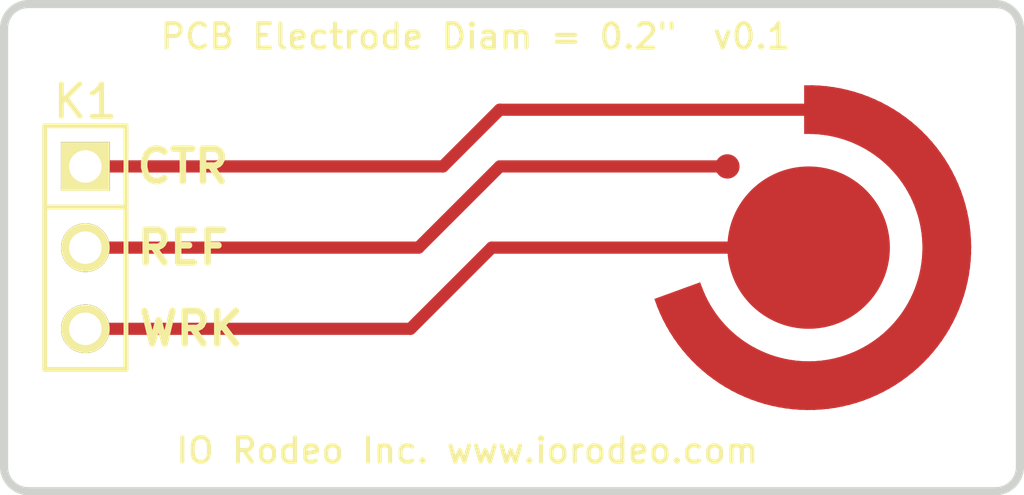
<source format=kicad_pcb>
(kicad_pcb (version 3) (host pcbnew "(2013-jul-07)-stable")

  (general
    (links 102)
    (no_connects 99)
    (area 50.672999 50.672999 82.677001 66.167001)
    (thickness 1.6)
    (drawings 13)
    (tracks 9)
    (zones 0)
    (modules 2)
    (nets 4)
  )

  (page A3)
  (layers
    (15 F.Cu signal)
    (0 B.Cu signal)
    (16 B.Adhes user)
    (17 F.Adhes user)
    (18 B.Paste user)
    (19 F.Paste user)
    (20 B.SilkS user)
    (21 F.SilkS user)
    (22 B.Mask user)
    (23 F.Mask user)
    (24 Dwgs.User user)
    (25 Cmts.User user)
    (26 Eco1.User user)
    (27 Eco2.User user)
    (28 Edge.Cuts user)
  )

  (setup
    (last_trace_width 0.381)
    (trace_clearance 0.254)
    (zone_clearance 0.508)
    (zone_45_only no)
    (trace_min 0.254)
    (segment_width 0.2)
    (edge_width 0.254)
    (via_size 0.889)
    (via_drill 0.635)
    (via_min_size 0.889)
    (via_min_drill 0.508)
    (uvia_size 0.508)
    (uvia_drill 0.127)
    (uvias_allowed no)
    (uvia_min_size 0.508)
    (uvia_min_drill 0.127)
    (pcb_text_width 0.3)
    (pcb_text_size 1.5 1.5)
    (mod_edge_width 0.15)
    (mod_text_size 1 1)
    (mod_text_width 0.15)
    (pad_size 0.381 0.381)
    (pad_drill 0)
    (pad_to_mask_clearance 0)
    (aux_axis_origin 0 0)
    (visible_elements FFFFFBBF)
    (pcbplotparams
      (layerselection 284196865)
      (usegerberextensions true)
      (excludeedgelayer true)
      (linewidth 0.150000)
      (plotframeref false)
      (viasonmask false)
      (mode 1)
      (useauxorigin false)
      (hpglpennumber 1)
      (hpglpenspeed 20)
      (hpglpendiameter 15)
      (hpglpenoverlay 2)
      (psnegative false)
      (psa4output false)
      (plotreference true)
      (plotvalue true)
      (plotothertext true)
      (plotinvisibletext false)
      (padsonsilk false)
      (subtractmaskfromsilk false)
      (outputformat 1)
      (mirror false)
      (drillshape 0)
      (scaleselection 1)
      (outputdirectory gerber_v0p1/))
  )

  (net 0 "")
  (net 1 /CTR)
  (net 2 /REF)
  (net 3 /WRK)

  (net_class Default "This is the default net class."
    (clearance 0.254)
    (trace_width 0.381)
    (via_dia 0.889)
    (via_drill 0.635)
    (uvia_dia 0.508)
    (uvia_drill 0.127)
    (add_net "")
    (add_net /CTR)
    (add_net /REF)
    (add_net /WRK)
  )

  (module PIN_ARRAY_3X1 (layer F.Cu) (tedit 5950452E) (tstamp 59502AF9)
    (at 53.34 58.42 270)
    (descr "Connecteur 3 pins")
    (tags "CONN DEV")
    (path /595009A1)
    (fp_text reference K1 (at -4.572 0 360) (layer F.SilkS)
      (effects (font (size 1.016 1.016) (thickness 0.1524)))
    )
    (fp_text value CONN_3 (at 0 -2.159 270) (layer F.SilkS) hide
      (effects (font (size 1.016 1.016) (thickness 0.1524)))
    )
    (fp_line (start -3.81 1.27) (end -3.81 -1.27) (layer F.SilkS) (width 0.1524))
    (fp_line (start -3.81 -1.27) (end 3.81 -1.27) (layer F.SilkS) (width 0.1524))
    (fp_line (start 3.81 -1.27) (end 3.81 1.27) (layer F.SilkS) (width 0.1524))
    (fp_line (start 3.81 1.27) (end -3.81 1.27) (layer F.SilkS) (width 0.1524))
    (fp_line (start -1.27 -1.27) (end -1.27 1.27) (layer F.SilkS) (width 0.1524))
    (pad 1 thru_hole rect (at -2.54 0 270) (size 1.524 1.524) (drill 1.016)
      (layers *.Cu *.Mask F.SilkS)
      (net 1 /CTR)
    )
    (pad 2 thru_hole circle (at 0 0 270) (size 1.524 1.524) (drill 1.016)
      (layers *.Cu *.Mask F.SilkS)
      (net 2 /REF)
    )
    (pad 3 thru_hole circle (at 2.54 0 270) (size 1.524 1.524) (drill 1.016)
      (layers *.Cu *.Mask F.SilkS)
      (net 3 /WRK)
    )
    (model pin_array/pins_array_3x1.wrl
      (at (xyz 0 0 0))
      (scale (xyz 1 1 1))
      (rotate (xyz 0 0 0))
    )
  )

  (module ELECTRODE (layer F.Cu) (tedit 59504951) (tstamp 59504941)
    (at 75.946 58.42)
    (path /59500EF0)
    (fp_text reference E1 (at 0.0508 -3.7592) (layer F.SilkS) hide
      (effects (font (size 1 1) (thickness 0.15)))
    )
    (fp_text value ELETRODE (at 0 4.5212) (layer F.SilkS) hide
      (effects (font (size 1 1) (thickness 0.15)))
    )
    (pad 1 smd circle (at -2.54 -2.54 225) (size 0.762 0.762)
      (layers F.Cu F.Paste F.Mask)
      (net 2 /REF)
    )
    (pad 2 smd circle (at 0 0) (size 5.08 5.08)
      (layers F.Cu F.Paste F.Mask)
      (net 3 /WRK)
    )
    (pad 3 smd rect (at -4.0576 1.4768 200) (size 1.524 0.283)
      (layers F.Cu F.Paste F.Mask)
      (net 1 /CTR)
    )
    (pad 3 smd rect (at -3.9886 1.6542 202.6) (size 1.524 0.283)
      (layers F.Cu F.Paste F.Mask)
      (net 1 /CTR)
    )
    (pad 3 smd rect (at -3.9118 1.8283 205.1) (size 1.524 0.283)
      (layers F.Cu F.Paste F.Mask)
      (net 1 /CTR)
    )
    (pad 3 smd rect (at -3.8275 1.9989 207.6) (size 1.524 0.283)
      (layers F.Cu F.Paste F.Mask)
      (net 1 /CTR)
    )
    (pad 3 smd rect (at -3.7357 2.1656 210.2) (size 1.524 0.283)
      (layers F.Cu F.Paste F.Mask)
      (net 1 /CTR)
    )
    (pad 3 smd rect (at -3.6366 2.3281 212.7) (size 1.524 0.283)
      (layers F.Cu F.Paste F.Mask)
      (net 1 /CTR)
    )
    (pad 3 smd rect (at -3.5305 2.486 215.2) (size 1.524 0.283)
      (layers F.Cu F.Paste F.Mask)
      (net 1 /CTR)
    )
    (pad 3 smd rect (at -3.4176 2.6392 217.7) (size 1.524 0.283)
      (layers F.Cu F.Paste F.Mask)
      (net 1 /CTR)
    )
    (pad 3 smd rect (at -3.298 2.7872 220.3) (size 1.524 0.283)
      (layers F.Cu F.Paste F.Mask)
      (net 1 /CTR)
    )
    (pad 3 smd rect (at -3.172 2.9298 222.8) (size 1.524 0.283)
      (layers F.Cu F.Paste F.Mask)
      (net 1 /CTR)
    )
    (pad 3 smd rect (at -3.0398 3.0667 225.3) (size 1.524 0.283)
      (layers F.Cu F.Paste F.Mask)
      (net 1 /CTR)
    )
    (pad 3 smd rect (at -2.9017 3.1977 227.8) (size 1.524 0.283)
      (layers F.Cu F.Paste F.Mask)
      (net 1 /CTR)
    )
    (pad 3 smd rect (at -2.758 3.3224 230.4) (size 1.524 0.283)
      (layers F.Cu F.Paste F.Mask)
      (net 1 /CTR)
    )
    (pad 3 smd rect (at -2.609 3.4407 232.9) (size 1.524 0.283)
      (layers F.Cu F.Paste F.Mask)
      (net 1 /CTR)
    )
    (pad 3 smd rect (at -2.4548 3.5523 235.4) (size 1.524 0.283)
      (layers F.Cu F.Paste F.Mask)
      (net 1 /CTR)
    )
    (pad 3 smd rect (at -2.2959 3.657 237.9) (size 1.524 0.283)
      (layers F.Cu F.Paste F.Mask)
      (net 1 /CTR)
    )
    (pad 3 smd rect (at -2.1326 3.7546 240.5) (size 1.524 0.283)
      (layers F.Cu F.Paste F.Mask)
      (net 1 /CTR)
    )
    (pad 3 smd rect (at -1.9651 3.8449 243) (size 1.524 0.283)
      (layers F.Cu F.Paste F.Mask)
      (net 1 /CTR)
    )
    (pad 3 smd rect (at -1.7938 3.9278 245.5) (size 1.524 0.283)
      (layers F.Cu F.Paste F.Mask)
      (net 1 /CTR)
    )
    (pad 3 smd rect (at -1.619 4.003 248) (size 1.524 0.283)
      (layers F.Cu F.Paste F.Mask)
      (net 1 /CTR)
    )
    (pad 3 smd rect (at -1.441 4.0705 250.6) (size 1.524 0.283)
      (layers F.Cu F.Paste F.Mask)
      (net 1 /CTR)
    )
    (pad 3 smd rect (at -1.2603 4.13 253.1) (size 1.524 0.283)
      (layers F.Cu F.Paste F.Mask)
      (net 1 /CTR)
    )
    (pad 3 smd rect (at -1.0771 4.1815 255.6) (size 1.524 0.283)
      (layers F.Cu F.Paste F.Mask)
      (net 1 /CTR)
    )
    (pad 3 smd rect (at -0.8918 4.2249 258.1) (size 1.524 0.283)
      (layers F.Cu F.Paste F.Mask)
      (net 1 /CTR)
    )
    (pad 3 smd rect (at -0.7048 4.2601 260.7) (size 1.524 0.283)
      (layers F.Cu F.Paste F.Mask)
      (net 1 /CTR)
    )
    (pad 3 smd rect (at -0.5164 4.287 263.2) (size 1.524 0.283)
      (layers F.Cu F.Paste F.Mask)
      (net 1 /CTR)
    )
    (pad 3 smd rect (at -0.327 4.3056 265.7) (size 1.524 0.283)
      (layers F.Cu F.Paste F.Mask)
      (net 1 /CTR)
    )
    (pad 3 smd rect (at -0.137 4.3158 268.2) (size 1.524 0.283)
      (layers F.Cu F.Paste F.Mask)
      (net 1 /CTR)
    )
    (pad 3 smd rect (at 0.0533 4.3177 270.8) (size 1.524 0.283)
      (layers F.Cu F.Paste F.Mask)
      (net 1 /CTR)
    )
    (pad 3 smd rect (at 0.2435 4.3111 273.3) (size 1.524 0.283)
      (layers F.Cu F.Paste F.Mask)
      (net 1 /CTR)
    )
    (pad 3 smd rect (at 0.4332 4.2962 275.8) (size 1.524 0.283)
      (layers F.Cu F.Paste F.Mask)
      (net 1 /CTR)
    )
    (pad 3 smd rect (at 0.622 4.273 278.3) (size 1.524 0.283)
      (layers F.Cu F.Paste F.Mask)
      (net 1 /CTR)
    )
    (pad 3 smd rect (at 0.8097 4.2414 280.9) (size 1.524 0.283)
      (layers F.Cu F.Paste F.Mask)
      (net 1 /CTR)
    )
    (pad 3 smd rect (at 0.9958 4.2016 283.4) (size 1.524 0.283)
      (layers F.Cu F.Paste F.Mask)
      (net 1 /CTR)
    )
    (pad 3 smd rect (at 1.18 4.1537 285.9) (size 1.524 0.283)
      (layers F.Cu F.Paste F.Mask)
      (net 1 /CTR)
    )
    (pad 3 smd rect (at 1.3618 4.0976 288.4) (size 1.524 0.283)
      (layers F.Cu F.Paste F.Mask)
      (net 1 /CTR)
    )
    (pad 3 smd rect (at 1.541 4.0337 291) (size 1.524 0.283)
      (layers F.Cu F.Paste F.Mask)
      (net 1 /CTR)
    )
    (pad 3 smd rect (at 1.7173 3.9618 293.5) (size 1.524 0.283)
      (layers F.Cu F.Paste F.Mask)
      (net 1 /CTR)
    )
    (pad 3 smd rect (at 1.8901 3.8823 296) (size 1.524 0.283)
      (layers F.Cu F.Paste F.Mask)
      (net 1 /CTR)
    )
    (pad 3 smd rect (at 2.0594 3.7953 298.5) (size 1.524 0.283)
      (layers F.Cu F.Paste F.Mask)
      (net 1 /CTR)
    )
    (pad 3 smd rect (at 2.2246 3.7009 301.1) (size 1.524 0.283)
      (layers F.Cu F.Paste F.Mask)
      (net 1 /CTR)
    )
    (pad 3 smd rect (at 2.3855 3.5992 303.6) (size 1.524 0.283)
      (layers F.Cu F.Paste F.Mask)
      (net 1 /CTR)
    )
    (pad 3 smd rect (at 2.5418 3.4906 306.1) (size 1.524 0.283)
      (layers F.Cu F.Paste F.Mask)
      (net 1 /CTR)
    )
    (pad 3 smd rect (at 2.6931 3.3753 308.6) (size 1.524 0.283)
      (layers F.Cu F.Paste F.Mask)
      (net 1 /CTR)
    )
    (pad 3 smd rect (at 2.8392 3.2533 311.2) (size 1.524 0.283)
      (layers F.Cu F.Paste F.Mask)
      (net 1 /CTR)
    )
    (pad 3 smd rect (at 2.9798 3.1251 313.7) (size 1.524 0.283)
      (layers F.Cu F.Paste F.Mask)
      (net 1 /CTR)
    )
    (pad 3 smd rect (at 3.1146 2.9908 316.2) (size 1.524 0.283)
      (layers F.Cu F.Paste F.Mask)
      (net 1 /CTR)
    )
    (pad 3 smd rect (at 3.2433 2.8506 318.7) (size 1.524 0.283)
      (layers F.Cu F.Paste F.Mask)
      (net 1 /CTR)
    )
    (pad 3 smd rect (at 3.3658 2.705 321.3) (size 1.524 0.283)
      (layers F.Cu F.Paste F.Mask)
      (net 1 /CTR)
    )
    (pad 3 smd rect (at 3.4817 2.554 323.8) (size 1.524 0.283)
      (layers F.Cu F.Paste F.Mask)
      (net 1 /CTR)
    )
    (pad 3 smd rect (at 3.5908 2.3982 326.3) (size 1.524 0.283)
      (layers F.Cu F.Paste F.Mask)
      (net 1 /CTR)
    )
    (pad 3 smd rect (at 3.693 2.2376 328.8) (size 1.524 0.283)
      (layers F.Cu F.Paste F.Mask)
      (net 1 /CTR)
    )
    (pad 3 smd rect (at 3.788 2.0727 331.4) (size 1.524 0.283)
      (layers F.Cu F.Paste F.Mask)
      (net 1 /CTR)
    )
    (pad 3 smd rect (at 3.8756 1.9038 333.9) (size 1.524 0.283)
      (layers F.Cu F.Paste F.Mask)
      (net 1 /CTR)
    )
    (pad 3 smd rect (at 3.9558 1.7312 336.4) (size 1.524 0.283)
      (layers F.Cu F.Paste F.Mask)
      (net 1 /CTR)
    )
    (pad 3 smd rect (at 4.0282 1.5552 338.9) (size 1.524 0.283)
      (layers F.Cu F.Paste F.Mask)
      (net 1 /CTR)
    )
    (pad 3 smd rect (at 4.0928 1.3763 341.5) (size 1.524 0.283)
      (layers F.Cu F.Paste F.Mask)
      (net 1 /CTR)
    )
    (pad 3 smd rect (at 4.1495 1.1946 344) (size 1.524 0.283)
      (layers F.Cu F.Paste F.Mask)
      (net 1 /CTR)
    )
    (pad 3 smd rect (at 4.1981 1.0106 346.5) (size 1.524 0.283)
      (layers F.Cu F.Paste F.Mask)
      (net 1 /CTR)
    )
    (pad 3 smd rect (at 4.2385 0.8247 349) (size 1.524 0.283)
      (layers F.Cu F.Paste F.Mask)
      (net 1 /CTR)
    )
    (pad 3 smd rect (at 4.2707 0.6371 351.6) (size 1.524 0.283)
      (layers F.Cu F.Paste F.Mask)
      (net 1 /CTR)
    )
    (pad 3 smd rect (at 4.2947 0.4483 354.1) (size 1.524 0.283)
      (layers F.Cu F.Paste F.Mask)
      (net 1 /CTR)
    )
    (pad 3 smd rect (at 4.3102 0.2587 356.6) (size 1.524 0.283)
      (layers F.Cu F.Paste F.Mask)
      (net 1 /CTR)
    )
    (pad 3 smd rect (at 4.3175 0.0685 359.1) (size 1.524 0.283)
      (layers F.Cu F.Paste F.Mask)
      (net 1 /CTR)
    )
    (pad 3 smd rect (at 4.3163 -0.1218 1.6) (size 1.524 0.283)
      (layers F.Cu F.Paste F.Mask)
      (net 1 /CTR)
    )
    (pad 3 smd rect (at 4.3067 -0.3118 4.1) (size 1.524 0.283)
      (layers F.Cu F.Paste F.Mask)
      (net 1 /CTR)
    )
    (pad 3 smd rect (at 4.2888 -0.5013 6.6) (size 1.524 0.283)
      (layers F.Cu F.Paste F.Mask)
      (net 1 /CTR)
    )
    (pad 3 smd rect (at 4.2626 -0.6898 9.1) (size 1.524 0.283)
      (layers F.Cu F.Paste F.Mask)
      (net 1 /CTR)
    )
    (pad 3 smd rect (at 4.228 -0.8769 11.7) (size 1.524 0.283)
      (layers F.Cu F.Paste F.Mask)
      (net 1 /CTR)
    )
    (pad 3 smd rect (at 4.1853 -1.0623 14.2) (size 1.524 0.283)
      (layers F.Cu F.Paste F.Mask)
      (net 1 /CTR)
    )
    (pad 3 smd rect (at 4.1344 -1.2457 16.7) (size 1.524 0.283)
      (layers F.Cu F.Paste F.Mask)
      (net 1 /CTR)
    )
    (pad 3 smd rect (at 4.0755 -1.4267 19.2) (size 1.524 0.283)
      (layers F.Cu F.Paste F.Mask)
      (net 1 /CTR)
    )
    (pad 3 smd rect (at 4.0087 -1.6048 21.8) (size 1.524 0.283)
      (layers F.Cu F.Paste F.Mask)
      (net 1 /CTR)
    )
    (pad 3 smd rect (at 3.9341 -1.7799 24.3) (size 1.524 0.283)
      (layers F.Cu F.Paste F.Mask)
      (net 1 /CTR)
    )
    (pad 3 smd rect (at 3.8518 -1.9515 26.8) (size 1.524 0.283)
      (layers F.Cu F.Paste F.Mask)
      (net 1 /CTR)
    )
    (pad 3 smd rect (at 3.7621 -2.1193 29.3) (size 1.524 0.283)
      (layers F.Cu F.Paste F.Mask)
      (net 1 /CTR)
    )
    (pad 3 smd rect (at 3.6651 -2.283 31.9) (size 1.524 0.283)
      (layers F.Cu F.Paste F.Mask)
      (net 1 /CTR)
    )
    (pad 3 smd rect (at 3.5609 -2.4423 34.4) (size 1.524 0.283)
      (layers F.Cu F.Paste F.Mask)
      (net 1 /CTR)
    )
    (pad 3 smd rect (at 3.4499 -2.5968 36.9) (size 1.524 0.283)
      (layers F.Cu F.Paste F.Mask)
      (net 1 /CTR)
    )
    (pad 3 smd rect (at 3.3321 -2.7463 39.4) (size 1.524 0.283)
      (layers F.Cu F.Paste F.Mask)
      (net 1 /CTR)
    )
    (pad 3 smd rect (at 3.2079 -2.8904 42) (size 1.524 0.283)
      (layers F.Cu F.Paste F.Mask)
      (net 1 /CTR)
    )
    (pad 3 smd rect (at 3.0774 -3.029 44.5) (size 1.524 0.283)
      (layers F.Cu F.Paste F.Mask)
      (net 1 /CTR)
    )
    (pad 3 smd rect (at 2.941 -3.1616 47) (size 1.524 0.283)
      (layers F.Cu F.Paste F.Mask)
      (net 1 /CTR)
    )
    (pad 3 smd rect (at 2.7988 -3.2881 49.5) (size 1.524 0.283)
      (layers F.Cu F.Paste F.Mask)
      (net 1 /CTR)
    )
    (pad 3 smd rect (at 2.6512 -3.4082 52.1) (size 1.524 0.283)
      (layers F.Cu F.Paste F.Mask)
      (net 1 /CTR)
    )
    (pad 3 smd rect (at 2.4985 -3.5217 54.6) (size 1.524 0.283)
      (layers F.Cu F.Paste F.Mask)
      (net 1 /CTR)
    )
    (pad 3 smd rect (at 2.3409 -3.6284 57.1) (size 1.524 0.283)
      (layers F.Cu F.Paste F.Mask)
      (net 1 /CTR)
    )
    (pad 3 smd rect (at 2.1787 -3.728 59.6) (size 1.524 0.283)
      (layers F.Cu F.Paste F.Mask)
      (net 1 /CTR)
    )
    (pad 3 smd rect (at 2.0124 -3.8204 62.2) (size 1.524 0.283)
      (layers F.Cu F.Paste F.Mask)
      (net 1 /CTR)
    )
    (pad 3 smd rect (at 1.8421 -3.9054 64.7) (size 1.524 0.283)
      (layers F.Cu F.Paste F.Mask)
      (net 1 /CTR)
    )
    (pad 3 smd rect (at 1.6682 -3.9827 67.2) (size 1.524 0.283)
      (layers F.Cu F.Paste F.Mask)
      (net 1 /CTR)
    )
    (pad 3 smd rect (at 1.4911 -4.0524 69.7) (size 1.524 0.283)
      (layers F.Cu F.Paste F.Mask)
      (net 1 /CTR)
    )
    (pad 3 smd rect (at 1.3111 -4.1141 72.3) (size 1.524 0.283)
      (layers F.Cu F.Paste F.Mask)
      (net 1 /CTR)
    )
    (pad 3 smd rect (at 1.1286 -4.1679 74.8) (size 1.524 0.283)
      (layers F.Cu F.Paste F.Mask)
      (net 1 /CTR)
    )
    (pad 3 smd rect (at 0.9439 -4.2136 77.3) (size 1.524 0.283)
      (layers F.Cu F.Paste F.Mask)
      (net 1 /CTR)
    )
    (pad 3 smd rect (at 0.7573 -4.2511 79.8) (size 1.524 0.283)
      (layers F.Cu F.Paste F.Mask)
      (net 1 /CTR)
    )
    (pad 3 smd rect (at 0.5693 -4.2803 82.4) (size 1.524 0.283)
      (layers F.Cu F.Paste F.Mask)
      (net 1 /CTR)
    )
    (pad 3 smd rect (at 0.3801 -4.3012 84.9) (size 1.524 0.283)
      (layers F.Cu F.Paste F.Mask)
      (net 1 /CTR)
    )
    (pad 3 smd rect (at 0.1902 -4.3138 87.4) (size 1.524 0.283)
      (layers F.Cu F.Paste F.Mask)
      (net 1 /CTR)
    )
    (pad 3 smd rect (at 0 -4.318 90) (size 1.524 0.283)
      (layers F.Cu F.Paste F.Mask)
      (net 1 /CTR)
    )
  )

  (gr_text WRK (at 56.642 60.96) (layer F.SilkS)
    (effects (font (size 1.016 1.016) (thickness 0.2032)))
  )
  (gr_text REF (at 56.388 58.42) (layer F.SilkS)
    (effects (font (size 1.016 1.016) (thickness 0.2032)))
  )
  (gr_text CTR (at 56.388 55.88) (layer F.SilkS)
    (effects (font (size 1.016 1.016) (thickness 0.2032)))
  )
  (gr_line (start 50.8 51.562) (end 50.8 65.278) (angle 90) (layer Edge.Cuts) (width 0.254))
  (gr_line (start 81.788 66.04) (end 51.562 66.04) (angle 90) (layer Edge.Cuts) (width 0.254))
  (gr_line (start 82.55 51.562) (end 82.55 65.278) (angle 90) (layer Edge.Cuts) (width 0.254))
  (gr_line (start 51.562 50.8) (end 81.788 50.8) (angle 90) (layer Edge.Cuts) (width 0.254))
  (gr_arc (start 81.788 65.278) (end 82.55 65.278) (angle 90) (layer Edge.Cuts) (width 0.254))
  (gr_arc (start 51.562 65.278) (end 51.562 66.04) (angle 90) (layer Edge.Cuts) (width 0.254))
  (gr_arc (start 81.788 51.562) (end 81.788 50.8) (angle 90) (layer Edge.Cuts) (width 0.254))
  (gr_arc (start 51.562 51.562) (end 50.8 51.562) (angle 90) (layer Edge.Cuts) (width 0.254))
  (gr_text "IO Rodeo Inc. www.iorodeo.com" (at 65.278 64.77) (layer F.SilkS)
    (effects (font (size 0.762 0.762) (thickness 0.127)))
  )
  (gr_text "PCB Electrode Diam = 0.2\"  v0.1\n" (at 65.532 51.816) (layer F.SilkS)
    (effects (font (size 0.762 0.762) (thickness 0.127)))
  )

  (segment (start 53.34 55.88) (end 64.516 55.88) (width 0.381) (layer F.Cu) (net 1) (status 400000))
  (segment (start 66.2898 54.1062) (end 76.1362 54.1062) (width 0.381) (layer F.Cu) (net 1) (tstamp 59504B06) (status 800000))
  (segment (start 64.516 55.88) (end 66.2898 54.1062) (width 0.381) (layer F.Cu) (net 1) (tstamp 59504B04))
  (segment (start 53.34 58.42) (end 63.754 58.42) (width 0.381) (layer F.Cu) (net 2) (status 400000))
  (segment (start 66.294 55.88) (end 73.406 55.88) (width 0.381) (layer F.Cu) (net 2) (tstamp 59504B0C) (status 800000))
  (segment (start 63.754 58.42) (end 66.294 55.88) (width 0.381) (layer F.Cu) (net 2) (tstamp 59504B0B))
  (segment (start 53.34 60.96) (end 63.5 60.96) (width 0.381) (layer F.Cu) (net 3) (status 400000))
  (segment (start 66.04 58.42) (end 75.946 58.42) (width 0.381) (layer F.Cu) (net 3) (tstamp 59504AFA) (status 800000))
  (segment (start 63.5 60.96) (end 66.04 58.42) (width 0.381) (layer F.Cu) (net 3) (tstamp 59504AF8))

)

</source>
